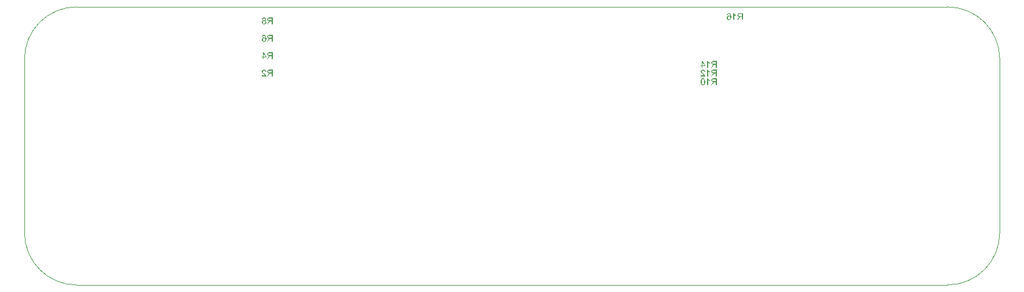
<source format=gbo>
G04*
G04 #@! TF.GenerationSoftware,Altium Limited,Altium Designer,19.1.7 (138)*
G04*
G04 Layer_Color=32896*
%FSLAX25Y25*%
%MOIN*%
G70*
G01*
G75*
%ADD12C,0.00100*%
G36*
X242500Y230000D02*
X241992D01*
Y231706D01*
X241339D01*
X241281Y231701D01*
X241231Y231697D01*
X241190D01*
X241160Y231693D01*
X241140Y231689D01*
X241127Y231685D01*
X241123D01*
X241077Y231672D01*
X241036Y231656D01*
X240998Y231639D01*
X240961Y231622D01*
X240932Y231606D01*
X240911Y231593D01*
X240894Y231585D01*
X240890Y231581D01*
X240848Y231552D01*
X240803Y231510D01*
X240757Y231469D01*
X240720Y231427D01*
X240682Y231389D01*
X240657Y231356D01*
X240640Y231335D01*
X240632Y231331D01*
Y231327D01*
X240574Y231252D01*
X240511Y231169D01*
X240453Y231082D01*
X240395Y230994D01*
X240345Y230919D01*
X240320Y230886D01*
X240303Y230857D01*
X240287Y230832D01*
X240274Y230815D01*
X240270Y230803D01*
X240266Y230799D01*
X239759Y230000D01*
X239122D01*
X239788Y231044D01*
X239863Y231152D01*
X239937Y231252D01*
X240008Y231340D01*
X240071Y231414D01*
X240125Y231473D01*
X240150Y231498D01*
X240170Y231518D01*
X240187Y231535D01*
X240199Y231547D01*
X240204Y231552D01*
X240208Y231556D01*
X240249Y231589D01*
X240299Y231627D01*
X240349Y231656D01*
X240399Y231685D01*
X240445Y231710D01*
X240482Y231731D01*
X240507Y231743D01*
X240511Y231747D01*
X240516D01*
X240416Y231764D01*
X240320Y231785D01*
X240233Y231810D01*
X240154Y231835D01*
X240079Y231864D01*
X240012Y231893D01*
X239954Y231922D01*
X239900Y231951D01*
X239850Y231980D01*
X239809Y232009D01*
X239775Y232034D01*
X239746Y232055D01*
X239725Y232076D01*
X239709Y232088D01*
X239700Y232097D01*
X239696Y232101D01*
X239650Y232155D01*
X239609Y232209D01*
X239571Y232267D01*
X239542Y232325D01*
X239517Y232384D01*
X239496Y232442D01*
X239463Y232550D01*
X239451Y232600D01*
X239442Y232646D01*
X239438Y232687D01*
X239434Y232725D01*
X239430Y232750D01*
Y232775D01*
Y232787D01*
Y232791D01*
X239438Y232908D01*
X239455Y233016D01*
X239480Y233112D01*
X239509Y233199D01*
X239526Y233237D01*
X239542Y233270D01*
X239555Y233299D01*
X239567Y233324D01*
X239576Y233345D01*
X239584Y233357D01*
X239592Y233365D01*
Y233370D01*
X239655Y233461D01*
X239725Y233536D01*
X239796Y233603D01*
X239867Y233652D01*
X239925Y233690D01*
X239975Y233715D01*
X239996Y233723D01*
X240008Y233732D01*
X240017Y233736D01*
X240021D01*
X240075Y233752D01*
X240129Y233769D01*
X240254Y233794D01*
X240383Y233815D01*
X240507Y233827D01*
X240570Y233831D01*
X240624Y233836D01*
X240670D01*
X240715Y233840D01*
X242500D01*
Y230000D01*
D02*
G37*
G36*
X238985Y231352D02*
Y230919D01*
X237313D01*
Y230000D01*
X236842D01*
Y230919D01*
X236322D01*
Y231352D01*
X236842D01*
Y233840D01*
X237229D01*
X238985Y231352D01*
D02*
G37*
G36*
X237654Y223848D02*
X237749Y223840D01*
X237837Y223827D01*
X237920Y223806D01*
X237999Y223786D01*
X238070Y223761D01*
X238136Y223736D01*
X238194Y223711D01*
X238248Y223682D01*
X238294Y223657D01*
X238336Y223632D01*
X238369Y223611D01*
X238394Y223590D01*
X238411Y223578D01*
X238423Y223569D01*
X238427Y223565D01*
X238486Y223511D01*
X238535Y223449D01*
X238581Y223386D01*
X238623Y223316D01*
X238656Y223249D01*
X238689Y223182D01*
X238714Y223112D01*
X238735Y223049D01*
X238756Y222987D01*
X238769Y222929D01*
X238781Y222875D01*
X238789Y222829D01*
X238793Y222791D01*
X238798Y222766D01*
X238802Y222750D01*
Y222741D01*
X238319Y222691D01*
X238315Y222758D01*
X238311Y222820D01*
X238286Y222929D01*
X238253Y223028D01*
X238236Y223070D01*
X238215Y223108D01*
X238199Y223141D01*
X238178Y223170D01*
X238161Y223195D01*
X238149Y223216D01*
X238132Y223232D01*
X238124Y223245D01*
X238120Y223249D01*
X238115Y223253D01*
X238074Y223291D01*
X238032Y223324D01*
X237986Y223349D01*
X237941Y223374D01*
X237849Y223411D01*
X237762Y223436D01*
X237687Y223449D01*
X237654Y223457D01*
X237625D01*
X237599Y223461D01*
X237508D01*
X237450Y223453D01*
X237346Y223432D01*
X237258Y223399D01*
X237179Y223365D01*
X237121Y223328D01*
X237096Y223311D01*
X237075Y223295D01*
X237059Y223282D01*
X237046Y223274D01*
X237042Y223270D01*
X237038Y223266D01*
X237000Y223228D01*
X236971Y223191D01*
X236942Y223153D01*
X236921Y223112D01*
X236884Y223033D01*
X236859Y222958D01*
X236847Y222895D01*
X236838Y222866D01*
Y222841D01*
X236834Y222825D01*
Y222808D01*
Y222800D01*
Y222796D01*
X236838Y222746D01*
X236842Y222696D01*
X236867Y222596D01*
X236905Y222500D01*
X236946Y222413D01*
X236988Y222338D01*
X237005Y222309D01*
X237025Y222280D01*
X237038Y222259D01*
X237050Y222242D01*
X237055Y222234D01*
X237059Y222230D01*
X237105Y222171D01*
X237159Y222109D01*
X237221Y222043D01*
X237287Y221976D01*
X237425Y221839D01*
X237566Y221710D01*
X237633Y221647D01*
X237699Y221593D01*
X237758Y221543D01*
X237807Y221502D01*
X237849Y221464D01*
X237878Y221439D01*
X237899Y221419D01*
X237907Y221414D01*
X237982Y221352D01*
X238049Y221294D01*
X238115Y221240D01*
X238174Y221186D01*
X238232Y221136D01*
X238282Y221086D01*
X238328Y221044D01*
X238369Y221003D01*
X238407Y220965D01*
X238436Y220932D01*
X238465Y220903D01*
X238486Y220882D01*
X238506Y220861D01*
X238519Y220849D01*
X238523Y220840D01*
X238527Y220836D01*
X238602Y220745D01*
X238665Y220653D01*
X238719Y220566D01*
X238760Y220487D01*
X238793Y220420D01*
X238806Y220391D01*
X238818Y220370D01*
X238827Y220349D01*
X238831Y220337D01*
X238835Y220329D01*
Y220324D01*
X238856Y220266D01*
X238868Y220208D01*
X238881Y220154D01*
X238885Y220104D01*
X238889Y220062D01*
Y220029D01*
Y220008D01*
Y220000D01*
X236347D01*
Y220453D01*
X238240D01*
X238174Y220545D01*
X238140Y220587D01*
X238107Y220624D01*
X238078Y220657D01*
X238057Y220682D01*
X238040Y220699D01*
X238036Y220703D01*
X238011Y220728D01*
X237978Y220761D01*
X237941Y220795D01*
X237899Y220832D01*
X237812Y220915D01*
X237720Y220994D01*
X237633Y221069D01*
X237595Y221102D01*
X237558Y221131D01*
X237533Y221157D01*
X237508Y221173D01*
X237495Y221186D01*
X237491Y221190D01*
X237400Y221269D01*
X237313Y221344D01*
X237233Y221410D01*
X237163Y221477D01*
X237096Y221535D01*
X237038Y221593D01*
X236984Y221643D01*
X236934Y221689D01*
X236892Y221726D01*
X236859Y221764D01*
X236830Y221793D01*
X236805Y221818D01*
X236788Y221839D01*
X236772Y221851D01*
X236768Y221860D01*
X236763Y221864D01*
X236684Y221955D01*
X236622Y222038D01*
X236568Y222117D01*
X236522Y222188D01*
X236489Y222246D01*
X236464Y222292D01*
X236455Y222309D01*
X236451Y222321D01*
X236447Y222325D01*
Y222330D01*
X236414Y222413D01*
X236393Y222496D01*
X236377Y222571D01*
X236364Y222642D01*
X236356Y222700D01*
X236351Y222746D01*
Y222762D01*
Y222775D01*
Y222779D01*
Y222783D01*
X236356Y222866D01*
X236364Y222945D01*
X236381Y223020D01*
X236401Y223095D01*
X236426Y223162D01*
X236455Y223224D01*
X236485Y223282D01*
X236514Y223332D01*
X236543Y223382D01*
X236572Y223424D01*
X236601Y223461D01*
X236626Y223490D01*
X236647Y223511D01*
X236664Y223532D01*
X236672Y223540D01*
X236676Y223544D01*
X236738Y223598D01*
X236805Y223644D01*
X236876Y223686D01*
X236951Y223723D01*
X237021Y223752D01*
X237096Y223777D01*
X237167Y223798D01*
X237238Y223815D01*
X237300Y223827D01*
X237362Y223835D01*
X237417Y223844D01*
X237462Y223848D01*
X237500Y223852D01*
X237554D01*
X237654Y223848D01*
D02*
G37*
G36*
X242500Y220000D02*
X241992D01*
Y221706D01*
X241339D01*
X241281Y221701D01*
X241231Y221697D01*
X241190D01*
X241160Y221693D01*
X241140Y221689D01*
X241127Y221685D01*
X241123D01*
X241077Y221672D01*
X241036Y221656D01*
X240998Y221639D01*
X240961Y221622D01*
X240932Y221606D01*
X240911Y221593D01*
X240894Y221585D01*
X240890Y221581D01*
X240848Y221552D01*
X240803Y221510D01*
X240757Y221468D01*
X240720Y221427D01*
X240682Y221389D01*
X240657Y221356D01*
X240640Y221335D01*
X240632Y221331D01*
Y221327D01*
X240574Y221252D01*
X240511Y221169D01*
X240453Y221082D01*
X240395Y220994D01*
X240345Y220919D01*
X240320Y220886D01*
X240303Y220857D01*
X240287Y220832D01*
X240274Y220815D01*
X240270Y220803D01*
X240266Y220799D01*
X239759Y220000D01*
X239122D01*
X239788Y221044D01*
X239863Y221152D01*
X239937Y221252D01*
X240008Y221340D01*
X240071Y221414D01*
X240125Y221473D01*
X240150Y221498D01*
X240170Y221518D01*
X240187Y221535D01*
X240199Y221548D01*
X240204Y221552D01*
X240208Y221556D01*
X240249Y221589D01*
X240299Y221627D01*
X240349Y221656D01*
X240399Y221685D01*
X240445Y221710D01*
X240482Y221731D01*
X240507Y221743D01*
X240511Y221747D01*
X240516D01*
X240416Y221764D01*
X240320Y221785D01*
X240233Y221810D01*
X240154Y221835D01*
X240079Y221864D01*
X240012Y221893D01*
X239954Y221922D01*
X239900Y221951D01*
X239850Y221980D01*
X239809Y222009D01*
X239775Y222034D01*
X239746Y222055D01*
X239725Y222076D01*
X239709Y222088D01*
X239700Y222097D01*
X239696Y222101D01*
X239650Y222155D01*
X239609Y222209D01*
X239571Y222267D01*
X239542Y222325D01*
X239517Y222384D01*
X239496Y222442D01*
X239463Y222550D01*
X239451Y222600D01*
X239442Y222646D01*
X239438Y222687D01*
X239434Y222725D01*
X239430Y222750D01*
Y222775D01*
Y222787D01*
Y222791D01*
X239438Y222908D01*
X239455Y223016D01*
X239480Y223112D01*
X239509Y223199D01*
X239526Y223236D01*
X239542Y223270D01*
X239555Y223299D01*
X239567Y223324D01*
X239576Y223345D01*
X239584Y223357D01*
X239592Y223365D01*
Y223370D01*
X239655Y223461D01*
X239725Y223536D01*
X239796Y223603D01*
X239867Y223653D01*
X239925Y223690D01*
X239975Y223715D01*
X239996Y223723D01*
X240008Y223731D01*
X240017Y223736D01*
X240021D01*
X240075Y223752D01*
X240129Y223769D01*
X240254Y223794D01*
X240383Y223815D01*
X240507Y223827D01*
X240570Y223831D01*
X240624Y223835D01*
X240670D01*
X240715Y223840D01*
X242500D01*
Y220000D01*
D02*
G37*
G36*
X507408Y256257D02*
X507471Y256165D01*
X507541Y256078D01*
X507612Y256003D01*
X507674Y255932D01*
X507703Y255907D01*
X507724Y255882D01*
X507745Y255861D01*
X507762Y255849D01*
X507770Y255840D01*
X507774Y255836D01*
X507887Y255741D01*
X508007Y255657D01*
X508124Y255578D01*
X508232Y255512D01*
X508278Y255487D01*
X508323Y255462D01*
X508365Y255437D01*
X508398Y255420D01*
X508427Y255408D01*
X508448Y255395D01*
X508461Y255391D01*
X508465Y255387D01*
Y254934D01*
X508382Y254967D01*
X508294Y255004D01*
X508211Y255046D01*
X508136Y255083D01*
X508070Y255121D01*
X508041Y255133D01*
X508015Y255150D01*
X507995Y255158D01*
X507982Y255167D01*
X507974Y255175D01*
X507970D01*
X507870Y255237D01*
X507783Y255295D01*
X507703Y255350D01*
X507641Y255399D01*
X507587Y255441D01*
X507550Y255470D01*
X507529Y255491D01*
X507520Y255499D01*
Y252500D01*
X507050D01*
Y256352D01*
X507354D01*
X507408Y256257D01*
D02*
G37*
G36*
X504596Y256348D02*
X504700Y256331D01*
X504800Y256311D01*
X504891Y256281D01*
X504979Y256248D01*
X505058Y256211D01*
X505133Y256173D01*
X505199Y256132D01*
X505257Y256090D01*
X505307Y256053D01*
X505353Y256015D01*
X505386Y255982D01*
X505415Y255953D01*
X505436Y255932D01*
X505449Y255915D01*
X505453Y255911D01*
X505524Y255811D01*
X505590Y255699D01*
X505644Y255574D01*
X505690Y255445D01*
X505732Y255312D01*
X505765Y255179D01*
X505790Y255046D01*
X505815Y254913D01*
X505831Y254788D01*
X505844Y254672D01*
X505852Y254568D01*
X505857Y254476D01*
X505861Y254434D01*
Y254401D01*
X505865Y254368D01*
Y254343D01*
Y254322D01*
Y254305D01*
Y254297D01*
Y254293D01*
X505861Y254114D01*
X505848Y253948D01*
X505831Y253794D01*
X505807Y253652D01*
X505777Y253523D01*
X505748Y253407D01*
X505715Y253303D01*
X505678Y253211D01*
X505644Y253128D01*
X505611Y253057D01*
X505582Y252999D01*
X505553Y252953D01*
X505528Y252916D01*
X505511Y252891D01*
X505499Y252874D01*
X505495Y252870D01*
X505424Y252795D01*
X505345Y252729D01*
X505270Y252671D01*
X505187Y252621D01*
X505108Y252579D01*
X505029Y252542D01*
X504950Y252517D01*
X504875Y252492D01*
X504804Y252475D01*
X504742Y252463D01*
X504683Y252450D01*
X504633Y252446D01*
X504592Y252442D01*
X504559Y252438D01*
X504534D01*
X504409Y252446D01*
X504292Y252463D01*
X504184Y252487D01*
X504093Y252521D01*
X504055Y252533D01*
X504018Y252550D01*
X503989Y252562D01*
X503964Y252575D01*
X503943Y252583D01*
X503926Y252591D01*
X503918Y252600D01*
X503914D01*
X503818Y252666D01*
X503731Y252745D01*
X503656Y252824D01*
X503598Y252899D01*
X503548Y252970D01*
X503531Y252999D01*
X503514Y253024D01*
X503502Y253045D01*
X503494Y253062D01*
X503485Y253070D01*
Y253074D01*
X503431Y253195D01*
X503394Y253311D01*
X503365Y253424D01*
X503348Y253527D01*
X503340Y253573D01*
X503336Y253619D01*
X503331Y253657D01*
Y253686D01*
X503327Y253715D01*
Y253731D01*
Y253744D01*
Y253748D01*
X503331Y253848D01*
X503340Y253943D01*
X503356Y254035D01*
X503377Y254118D01*
X503406Y254197D01*
X503431Y254272D01*
X503465Y254339D01*
X503494Y254401D01*
X503523Y254455D01*
X503556Y254505D01*
X503581Y254547D01*
X503606Y254580D01*
X503631Y254609D01*
X503648Y254626D01*
X503656Y254638D01*
X503660Y254642D01*
X503722Y254705D01*
X503789Y254759D01*
X503856Y254805D01*
X503926Y254846D01*
X503993Y254879D01*
X504059Y254909D01*
X504126Y254929D01*
X504184Y254950D01*
X504242Y254963D01*
X504296Y254975D01*
X504342Y254979D01*
X504384Y254988D01*
X504417D01*
X504442Y254992D01*
X504463D01*
X504563Y254988D01*
X504658Y254971D01*
X504746Y254950D01*
X504825Y254929D01*
X504891Y254905D01*
X504916Y254892D01*
X504941Y254884D01*
X504958Y254875D01*
X504970Y254867D01*
X504979Y254863D01*
X504983D01*
X505070Y254809D01*
X505149Y254751D01*
X505220Y254688D01*
X505282Y254626D01*
X505328Y254568D01*
X505366Y254522D01*
X505378Y254505D01*
X505386Y254493D01*
X505395Y254485D01*
X505395Y254480D01*
Y254484D01*
X505395Y254485D01*
X505391Y254584D01*
X505386Y254684D01*
X505382Y254776D01*
X505374Y254859D01*
X505361Y254938D01*
X505349Y255013D01*
X505341Y255079D01*
X505328Y255137D01*
X505316Y255187D01*
X505303Y255233D01*
X505291Y255275D01*
X505282Y255304D01*
X505274Y255329D01*
X505266Y255350D01*
X505262Y255358D01*
Y255362D01*
X505207Y255470D01*
X505153Y255566D01*
X505095Y255649D01*
X505037Y255716D01*
X504987Y255770D01*
X504950Y255807D01*
X504933Y255820D01*
X504920Y255828D01*
X504916Y255836D01*
X504912D01*
X504846Y255878D01*
X504779Y255911D01*
X504712Y255932D01*
X504650Y255949D01*
X504596Y255957D01*
X504550Y255965D01*
X504513D01*
X504463Y255961D01*
X504413Y255957D01*
X504321Y255932D01*
X504238Y255903D01*
X504172Y255865D01*
X504113Y255828D01*
X504072Y255795D01*
X504059Y255782D01*
X504047Y255770D01*
X504043Y255766D01*
X504039Y255761D01*
X503997Y255707D01*
X503964Y255645D01*
X503930Y255578D01*
X503905Y255512D01*
X503885Y255454D01*
X503872Y255404D01*
X503868Y255383D01*
X503864Y255370D01*
X503860Y255362D01*
Y255358D01*
X503390Y255395D01*
X503402Y255479D01*
X503423Y255553D01*
X503444Y255624D01*
X503469Y255691D01*
X503498Y255753D01*
X503527Y255811D01*
X503556Y255865D01*
X503585Y255911D01*
X503614Y255953D01*
X503643Y255990D01*
X503668Y256024D01*
X503693Y256048D01*
X503710Y256069D01*
X503727Y256082D01*
X503735Y256090D01*
X503739Y256094D01*
X503797Y256140D01*
X503856Y256177D01*
X503914Y256215D01*
X503976Y256244D01*
X504043Y256269D01*
X504101Y256290D01*
X504222Y256319D01*
X504276Y256331D01*
X504326Y256340D01*
X504371Y256344D01*
X504409Y256348D01*
X504438Y256352D01*
X504484D01*
X504596Y256348D01*
D02*
G37*
G36*
X512500Y252500D02*
X511993D01*
Y254206D01*
X511339D01*
X511281Y254201D01*
X511231Y254197D01*
X511190D01*
X511161Y254193D01*
X511140Y254189D01*
X511127Y254185D01*
X511123D01*
X511077Y254172D01*
X511036Y254156D01*
X510998Y254139D01*
X510961Y254122D01*
X510932Y254106D01*
X510911Y254093D01*
X510894Y254085D01*
X510890Y254081D01*
X510849Y254052D01*
X510803Y254010D01*
X510757Y253969D01*
X510719Y253927D01*
X510682Y253889D01*
X510657Y253856D01*
X510640Y253835D01*
X510632Y253831D01*
Y253827D01*
X510574Y253752D01*
X510511Y253669D01*
X510453Y253582D01*
X510395Y253494D01*
X510345Y253419D01*
X510320Y253386D01*
X510303Y253357D01*
X510287Y253332D01*
X510274Y253315D01*
X510270Y253303D01*
X510266Y253299D01*
X509759Y252500D01*
X509122D01*
X509788Y253544D01*
X509863Y253652D01*
X509937Y253752D01*
X510008Y253839D01*
X510071Y253914D01*
X510125Y253973D01*
X510150Y253998D01*
X510170Y254018D01*
X510187Y254035D01*
X510199Y254047D01*
X510204Y254052D01*
X510208Y254056D01*
X510249Y254089D01*
X510299Y254127D01*
X510349Y254156D01*
X510399Y254185D01*
X510445Y254210D01*
X510482Y254231D01*
X510507Y254243D01*
X510511Y254247D01*
X510516D01*
X510416Y254264D01*
X510320Y254285D01*
X510233Y254310D01*
X510154Y254335D01*
X510079Y254364D01*
X510012Y254393D01*
X509954Y254422D01*
X509900Y254451D01*
X509850Y254480D01*
X509808Y254509D01*
X509775Y254534D01*
X509746Y254555D01*
X509725Y254576D01*
X509709Y254588D01*
X509700Y254597D01*
X509696Y254601D01*
X509650Y254655D01*
X509609Y254709D01*
X509571Y254767D01*
X509542Y254825D01*
X509517Y254884D01*
X509496Y254942D01*
X509463Y255050D01*
X509451Y255100D01*
X509442Y255146D01*
X509438Y255187D01*
X509434Y255225D01*
X509430Y255250D01*
Y255275D01*
Y255287D01*
Y255291D01*
X509438Y255408D01*
X509455Y255516D01*
X509480Y255612D01*
X509509Y255699D01*
X509526Y255736D01*
X509542Y255770D01*
X509555Y255799D01*
X509567Y255824D01*
X509576Y255845D01*
X509584Y255857D01*
X509592Y255865D01*
Y255870D01*
X509655Y255961D01*
X509725Y256036D01*
X509796Y256103D01*
X509867Y256153D01*
X509925Y256190D01*
X509975Y256215D01*
X509996Y256223D01*
X510008Y256231D01*
X510016Y256236D01*
X510021D01*
X510075Y256252D01*
X510129Y256269D01*
X510254Y256294D01*
X510383Y256315D01*
X510507Y256327D01*
X510570Y256331D01*
X510624Y256335D01*
X510670D01*
X510715Y256340D01*
X512500D01*
Y252500D01*
D02*
G37*
G36*
X492408Y228756D02*
X492471Y228665D01*
X492541Y228578D01*
X492612Y228503D01*
X492674Y228432D01*
X492703Y228407D01*
X492724Y228382D01*
X492745Y228361D01*
X492762Y228349D01*
X492770Y228341D01*
X492774Y228336D01*
X492887Y228241D01*
X493007Y228157D01*
X493124Y228078D01*
X493232Y228012D01*
X493278Y227987D01*
X493323Y227962D01*
X493365Y227937D01*
X493398Y227920D01*
X493427Y227908D01*
X493448Y227895D01*
X493461Y227891D01*
X493465Y227887D01*
Y227434D01*
X493382Y227467D01*
X493294Y227504D01*
X493211Y227546D01*
X493136Y227583D01*
X493070Y227621D01*
X493041Y227633D01*
X493015Y227650D01*
X492995Y227658D01*
X492982Y227667D01*
X492974Y227675D01*
X492970D01*
X492870Y227737D01*
X492783Y227796D01*
X492703Y227850D01*
X492641Y227900D01*
X492587Y227941D01*
X492550Y227970D01*
X492529Y227991D01*
X492521Y227999D01*
Y225000D01*
X492050D01*
Y228852D01*
X492354D01*
X492408Y228756D01*
D02*
G37*
G36*
X497500Y225000D02*
X496992D01*
Y226706D01*
X496339D01*
X496281Y226701D01*
X496231Y226697D01*
X496190D01*
X496161Y226693D01*
X496140Y226689D01*
X496127Y226685D01*
X496123D01*
X496077Y226672D01*
X496036Y226656D01*
X495998Y226639D01*
X495961Y226622D01*
X495932Y226606D01*
X495911Y226593D01*
X495894Y226585D01*
X495890Y226581D01*
X495849Y226552D01*
X495803Y226510D01*
X495757Y226468D01*
X495719Y226427D01*
X495682Y226389D01*
X495657Y226356D01*
X495641Y226335D01*
X495632Y226331D01*
Y226327D01*
X495574Y226252D01*
X495511Y226169D01*
X495453Y226082D01*
X495395Y225994D01*
X495345Y225919D01*
X495320Y225886D01*
X495303Y225857D01*
X495287Y225832D01*
X495274Y225815D01*
X495270Y225803D01*
X495266Y225799D01*
X494759Y225000D01*
X494122D01*
X494788Y226044D01*
X494863Y226152D01*
X494937Y226252D01*
X495008Y226340D01*
X495071Y226414D01*
X495125Y226473D01*
X495150Y226498D01*
X495170Y226518D01*
X495187Y226535D01*
X495199Y226548D01*
X495204Y226552D01*
X495208Y226556D01*
X495249Y226589D01*
X495299Y226627D01*
X495349Y226656D01*
X495399Y226685D01*
X495445Y226710D01*
X495482Y226731D01*
X495507Y226743D01*
X495511Y226747D01*
X495516D01*
X495416Y226764D01*
X495320Y226785D01*
X495233Y226810D01*
X495154Y226835D01*
X495079Y226864D01*
X495012Y226893D01*
X494954Y226922D01*
X494900Y226951D01*
X494850Y226980D01*
X494808Y227009D01*
X494775Y227034D01*
X494746Y227055D01*
X494725Y227076D01*
X494709Y227088D01*
X494700Y227097D01*
X494696Y227101D01*
X494650Y227155D01*
X494609Y227209D01*
X494571Y227267D01*
X494542Y227325D01*
X494517Y227384D01*
X494496Y227442D01*
X494463Y227550D01*
X494451Y227600D01*
X494442Y227646D01*
X494438Y227687D01*
X494434Y227725D01*
X494430Y227750D01*
Y227775D01*
Y227787D01*
Y227791D01*
X494438Y227908D01*
X494455Y228016D01*
X494480Y228112D01*
X494509Y228199D01*
X494526Y228237D01*
X494542Y228270D01*
X494555Y228299D01*
X494567Y228324D01*
X494576Y228345D01*
X494584Y228357D01*
X494592Y228365D01*
Y228370D01*
X494655Y228461D01*
X494725Y228536D01*
X494796Y228603D01*
X494867Y228653D01*
X494925Y228690D01*
X494975Y228715D01*
X494996Y228723D01*
X495008Y228731D01*
X495016Y228736D01*
X495021D01*
X495075Y228752D01*
X495129Y228769D01*
X495254Y228794D01*
X495383Y228815D01*
X495507Y228827D01*
X495570Y228831D01*
X495624Y228836D01*
X495670D01*
X495715Y228840D01*
X497500D01*
Y225000D01*
D02*
G37*
G36*
X491002Y226352D02*
Y225919D01*
X489330D01*
Y225000D01*
X488860D01*
Y225919D01*
X488340D01*
Y226352D01*
X488860D01*
Y228840D01*
X489247D01*
X491002Y226352D01*
D02*
G37*
G36*
X489671Y223848D02*
X489767Y223840D01*
X489854Y223827D01*
X489937Y223806D01*
X490016Y223786D01*
X490087Y223761D01*
X490153Y223736D01*
X490212Y223711D01*
X490266Y223682D01*
X490311Y223657D01*
X490353Y223632D01*
X490386Y223611D01*
X490411Y223590D01*
X490428Y223578D01*
X490441Y223569D01*
X490445Y223565D01*
X490503Y223511D01*
X490553Y223449D01*
X490599Y223386D01*
X490640Y223316D01*
X490673Y223249D01*
X490707Y223182D01*
X490732Y223112D01*
X490753Y223049D01*
X490773Y222987D01*
X490786Y222929D01*
X490798Y222875D01*
X490807Y222829D01*
X490811Y222791D01*
X490815Y222766D01*
X490819Y222750D01*
Y222741D01*
X490337Y222691D01*
X490332Y222758D01*
X490328Y222820D01*
X490303Y222929D01*
X490270Y223028D01*
X490253Y223070D01*
X490233Y223108D01*
X490216Y223141D01*
X490195Y223170D01*
X490178Y223195D01*
X490166Y223216D01*
X490149Y223232D01*
X490141Y223245D01*
X490137Y223249D01*
X490133Y223253D01*
X490091Y223291D01*
X490049Y223324D01*
X490004Y223349D01*
X489958Y223374D01*
X489866Y223411D01*
X489779Y223436D01*
X489704Y223449D01*
X489671Y223457D01*
X489642D01*
X489617Y223461D01*
X489525D01*
X489467Y223453D01*
X489363Y223432D01*
X489276Y223399D01*
X489197Y223365D01*
X489138Y223328D01*
X489113Y223311D01*
X489093Y223295D01*
X489076Y223282D01*
X489064Y223274D01*
X489059Y223270D01*
X489055Y223266D01*
X489018Y223228D01*
X488989Y223191D01*
X488960Y223153D01*
X488939Y223112D01*
X488901Y223033D01*
X488876Y222958D01*
X488864Y222895D01*
X488856Y222866D01*
Y222841D01*
X488851Y222825D01*
Y222808D01*
Y222800D01*
Y222796D01*
X488856Y222746D01*
X488860Y222696D01*
X488885Y222596D01*
X488922Y222500D01*
X488964Y222413D01*
X489005Y222338D01*
X489022Y222309D01*
X489043Y222280D01*
X489055Y222259D01*
X489068Y222242D01*
X489072Y222234D01*
X489076Y222230D01*
X489122Y222171D01*
X489176Y222109D01*
X489238Y222043D01*
X489305Y221976D01*
X489442Y221839D01*
X489583Y221710D01*
X489650Y221647D01*
X489717Y221593D01*
X489775Y221543D01*
X489825Y221502D01*
X489866Y221464D01*
X489895Y221439D01*
X489916Y221419D01*
X489925Y221414D01*
X489999Y221352D01*
X490066Y221294D01*
X490133Y221240D01*
X490191Y221186D01*
X490249Y221136D01*
X490299Y221086D01*
X490345Y221044D01*
X490386Y221003D01*
X490424Y220965D01*
X490453Y220932D01*
X490482Y220903D01*
X490503Y220882D01*
X490524Y220861D01*
X490536Y220849D01*
X490540Y220840D01*
X490545Y220836D01*
X490619Y220745D01*
X490682Y220653D01*
X490736Y220566D01*
X490777Y220487D01*
X490811Y220420D01*
X490823Y220391D01*
X490836Y220370D01*
X490844Y220349D01*
X490848Y220337D01*
X490852Y220329D01*
Y220324D01*
X490873Y220266D01*
X490886Y220208D01*
X490898Y220154D01*
X490902Y220104D01*
X490906Y220062D01*
Y220029D01*
Y220008D01*
Y220000D01*
X488365D01*
Y220453D01*
X490257D01*
X490191Y220545D01*
X490158Y220587D01*
X490124Y220624D01*
X490095Y220657D01*
X490074Y220682D01*
X490058Y220699D01*
X490054Y220703D01*
X490029Y220728D01*
X489995Y220761D01*
X489958Y220795D01*
X489916Y220832D01*
X489829Y220915D01*
X489737Y220994D01*
X489650Y221069D01*
X489613Y221102D01*
X489575Y221131D01*
X489550Y221157D01*
X489525Y221173D01*
X489513Y221186D01*
X489509Y221190D01*
X489417Y221269D01*
X489330Y221344D01*
X489251Y221410D01*
X489180Y221477D01*
X489113Y221535D01*
X489055Y221593D01*
X489001Y221643D01*
X488951Y221689D01*
X488910Y221726D01*
X488876Y221764D01*
X488847Y221793D01*
X488822Y221818D01*
X488806Y221839D01*
X488789Y221851D01*
X488785Y221860D01*
X488781Y221864D01*
X488702Y221955D01*
X488639Y222038D01*
X488585Y222117D01*
X488539Y222188D01*
X488506Y222246D01*
X488481Y222292D01*
X488473Y222309D01*
X488469Y222321D01*
X488464Y222325D01*
Y222330D01*
X488431Y222413D01*
X488410Y222496D01*
X488394Y222571D01*
X488381Y222642D01*
X488373Y222700D01*
X488369Y222746D01*
Y222762D01*
Y222775D01*
Y222779D01*
Y222783D01*
X488373Y222866D01*
X488381Y222945D01*
X488398Y223020D01*
X488419Y223095D01*
X488444Y223162D01*
X488473Y223224D01*
X488502Y223282D01*
X488531Y223332D01*
X488560Y223382D01*
X488589Y223424D01*
X488618Y223461D01*
X488643Y223490D01*
X488664Y223511D01*
X488681Y223532D01*
X488689Y223540D01*
X488693Y223544D01*
X488756Y223598D01*
X488822Y223644D01*
X488893Y223686D01*
X488968Y223723D01*
X489039Y223752D01*
X489113Y223777D01*
X489184Y223798D01*
X489255Y223815D01*
X489317Y223827D01*
X489380Y223835D01*
X489434Y223844D01*
X489479Y223848D01*
X489517Y223852D01*
X489571D01*
X489671Y223848D01*
D02*
G37*
G36*
X492408Y223757D02*
X492471Y223665D01*
X492541Y223578D01*
X492612Y223503D01*
X492674Y223432D01*
X492703Y223407D01*
X492724Y223382D01*
X492745Y223361D01*
X492762Y223349D01*
X492770Y223341D01*
X492774Y223336D01*
X492887Y223241D01*
X493007Y223157D01*
X493124Y223078D01*
X493232Y223012D01*
X493278Y222987D01*
X493323Y222962D01*
X493365Y222937D01*
X493398Y222920D01*
X493427Y222908D01*
X493448Y222895D01*
X493461Y222891D01*
X493465Y222887D01*
Y222434D01*
X493382Y222467D01*
X493294Y222504D01*
X493211Y222546D01*
X493136Y222583D01*
X493070Y222621D01*
X493041Y222633D01*
X493015Y222650D01*
X492995Y222658D01*
X492982Y222667D01*
X492974Y222675D01*
X492970D01*
X492870Y222737D01*
X492783Y222796D01*
X492703Y222850D01*
X492641Y222900D01*
X492587Y222941D01*
X492550Y222970D01*
X492529Y222991D01*
X492521Y222999D01*
Y220000D01*
X492050D01*
Y223852D01*
X492354D01*
X492408Y223757D01*
D02*
G37*
G36*
X497500Y220000D02*
X496992D01*
Y221706D01*
X496339D01*
X496281Y221701D01*
X496231Y221697D01*
X496190D01*
X496161Y221693D01*
X496140Y221689D01*
X496127Y221685D01*
X496123D01*
X496077Y221672D01*
X496036Y221656D01*
X495998Y221639D01*
X495961Y221622D01*
X495932Y221606D01*
X495911Y221593D01*
X495894Y221585D01*
X495890Y221581D01*
X495849Y221552D01*
X495803Y221510D01*
X495757Y221468D01*
X495719Y221427D01*
X495682Y221389D01*
X495657Y221356D01*
X495641Y221335D01*
X495632Y221331D01*
Y221327D01*
X495574Y221252D01*
X495511Y221169D01*
X495453Y221082D01*
X495395Y220994D01*
X495345Y220919D01*
X495320Y220886D01*
X495303Y220857D01*
X495287Y220832D01*
X495274Y220815D01*
X495270Y220803D01*
X495266Y220799D01*
X494759Y220000D01*
X494122D01*
X494788Y221044D01*
X494863Y221152D01*
X494937Y221252D01*
X495008Y221340D01*
X495071Y221414D01*
X495125Y221473D01*
X495150Y221498D01*
X495170Y221518D01*
X495187Y221535D01*
X495199Y221548D01*
X495204Y221552D01*
X495208Y221556D01*
X495249Y221589D01*
X495299Y221627D01*
X495349Y221656D01*
X495399Y221685D01*
X495445Y221710D01*
X495482Y221731D01*
X495507Y221743D01*
X495511Y221747D01*
X495516D01*
X495416Y221764D01*
X495320Y221785D01*
X495233Y221810D01*
X495154Y221835D01*
X495079Y221864D01*
X495012Y221893D01*
X494954Y221922D01*
X494900Y221951D01*
X494850Y221980D01*
X494808Y222009D01*
X494775Y222034D01*
X494746Y222055D01*
X494725Y222076D01*
X494709Y222088D01*
X494700Y222097D01*
X494696Y222101D01*
X494650Y222155D01*
X494609Y222209D01*
X494571Y222267D01*
X494542Y222325D01*
X494517Y222384D01*
X494496Y222442D01*
X494463Y222550D01*
X494451Y222600D01*
X494442Y222646D01*
X494438Y222687D01*
X494434Y222725D01*
X494430Y222750D01*
Y222775D01*
Y222787D01*
Y222791D01*
X494438Y222908D01*
X494455Y223016D01*
X494480Y223112D01*
X494509Y223199D01*
X494526Y223236D01*
X494542Y223270D01*
X494555Y223299D01*
X494567Y223324D01*
X494576Y223345D01*
X494584Y223357D01*
X494592Y223365D01*
Y223370D01*
X494655Y223461D01*
X494725Y223536D01*
X494796Y223603D01*
X494867Y223653D01*
X494925Y223690D01*
X494975Y223715D01*
X494996Y223723D01*
X495008Y223731D01*
X495016Y223736D01*
X495021D01*
X495075Y223752D01*
X495129Y223769D01*
X495254Y223794D01*
X495383Y223815D01*
X495507Y223827D01*
X495570Y223831D01*
X495624Y223835D01*
X495670D01*
X495715Y223840D01*
X497500D01*
Y220000D01*
D02*
G37*
G36*
X492408Y218757D02*
X492471Y218665D01*
X492541Y218578D01*
X492612Y218503D01*
X492674Y218432D01*
X492703Y218407D01*
X492724Y218382D01*
X492745Y218361D01*
X492762Y218349D01*
X492770Y218340D01*
X492774Y218336D01*
X492887Y218241D01*
X493007Y218157D01*
X493124Y218078D01*
X493232Y218012D01*
X493278Y217987D01*
X493323Y217962D01*
X493365Y217937D01*
X493398Y217920D01*
X493427Y217908D01*
X493448Y217895D01*
X493461Y217891D01*
X493465Y217887D01*
Y217434D01*
X493382Y217467D01*
X493294Y217504D01*
X493211Y217546D01*
X493136Y217583D01*
X493070Y217621D01*
X493041Y217633D01*
X493015Y217650D01*
X492995Y217658D01*
X492982Y217667D01*
X492974Y217675D01*
X492970D01*
X492870Y217737D01*
X492783Y217795D01*
X492703Y217850D01*
X492641Y217899D01*
X492587Y217941D01*
X492550Y217970D01*
X492529Y217991D01*
X492521Y217999D01*
Y215000D01*
X492050D01*
Y218852D01*
X492354D01*
X492408Y218757D01*
D02*
G37*
G36*
X497500Y215000D02*
X496992D01*
Y216706D01*
X496339D01*
X496281Y216701D01*
X496231Y216697D01*
X496190D01*
X496161Y216693D01*
X496140Y216689D01*
X496127Y216685D01*
X496123D01*
X496077Y216672D01*
X496036Y216656D01*
X495998Y216639D01*
X495961Y216622D01*
X495932Y216606D01*
X495911Y216593D01*
X495894Y216585D01*
X495890Y216581D01*
X495849Y216552D01*
X495803Y216510D01*
X495757Y216469D01*
X495719Y216427D01*
X495682Y216389D01*
X495657Y216356D01*
X495641Y216335D01*
X495632Y216331D01*
Y216327D01*
X495574Y216252D01*
X495511Y216169D01*
X495453Y216082D01*
X495395Y215994D01*
X495345Y215919D01*
X495320Y215886D01*
X495303Y215857D01*
X495287Y215832D01*
X495274Y215815D01*
X495270Y215803D01*
X495266Y215799D01*
X494759Y215000D01*
X494122D01*
X494788Y216044D01*
X494863Y216152D01*
X494937Y216252D01*
X495008Y216339D01*
X495071Y216414D01*
X495125Y216473D01*
X495150Y216498D01*
X495170Y216518D01*
X495187Y216535D01*
X495199Y216547D01*
X495204Y216552D01*
X495208Y216556D01*
X495249Y216589D01*
X495299Y216627D01*
X495349Y216656D01*
X495399Y216685D01*
X495445Y216710D01*
X495482Y216731D01*
X495507Y216743D01*
X495511Y216747D01*
X495516D01*
X495416Y216764D01*
X495320Y216785D01*
X495233Y216810D01*
X495154Y216835D01*
X495079Y216864D01*
X495012Y216893D01*
X494954Y216922D01*
X494900Y216951D01*
X494850Y216980D01*
X494808Y217009D01*
X494775Y217034D01*
X494746Y217055D01*
X494725Y217076D01*
X494709Y217088D01*
X494700Y217097D01*
X494696Y217101D01*
X494650Y217155D01*
X494609Y217209D01*
X494571Y217267D01*
X494542Y217325D01*
X494517Y217384D01*
X494496Y217442D01*
X494463Y217550D01*
X494451Y217600D01*
X494442Y217646D01*
X494438Y217687D01*
X494434Y217725D01*
X494430Y217750D01*
Y217775D01*
Y217787D01*
Y217791D01*
X494438Y217908D01*
X494455Y218016D01*
X494480Y218112D01*
X494509Y218199D01*
X494526Y218236D01*
X494542Y218270D01*
X494555Y218299D01*
X494567Y218324D01*
X494576Y218345D01*
X494584Y218357D01*
X494592Y218365D01*
Y218370D01*
X494655Y218461D01*
X494725Y218536D01*
X494796Y218603D01*
X494867Y218653D01*
X494925Y218690D01*
X494975Y218715D01*
X494996Y218723D01*
X495008Y218731D01*
X495016Y218736D01*
X495021D01*
X495075Y218752D01*
X495129Y218769D01*
X495254Y218794D01*
X495383Y218815D01*
X495507Y218827D01*
X495570Y218831D01*
X495624Y218835D01*
X495670D01*
X495715Y218840D01*
X497500D01*
Y215000D01*
D02*
G37*
G36*
X489667Y218848D02*
X489742Y218844D01*
X489812Y218831D01*
X489879Y218819D01*
X489937Y218802D01*
X489995Y218781D01*
X490049Y218761D01*
X490095Y218740D01*
X490141Y218719D01*
X490178Y218698D01*
X490212Y218682D01*
X490237Y218661D01*
X490257Y218648D01*
X490274Y218636D01*
X490282Y218632D01*
X490287Y218628D01*
X490337Y218582D01*
X490382Y218536D01*
X490465Y218432D01*
X490540Y218328D01*
X490599Y218224D01*
X490624Y218174D01*
X490644Y218132D01*
X490661Y218091D01*
X490678Y218058D01*
X490686Y218028D01*
X490694Y218004D01*
X490703Y217991D01*
Y217987D01*
X490728Y217908D01*
X490748Y217821D01*
X490782Y217642D01*
X490807Y217459D01*
X490815Y217371D01*
X490823Y217284D01*
X490827Y217205D01*
X490832Y217130D01*
X490836Y217063D01*
Y217005D01*
X490840Y216959D01*
Y216922D01*
Y216901D01*
Y216893D01*
X490836Y216697D01*
X490823Y216514D01*
X490807Y216348D01*
X490782Y216194D01*
X490753Y216053D01*
X490719Y215924D01*
X490686Y215811D01*
X490649Y215707D01*
X490615Y215620D01*
X490582Y215541D01*
X490549Y215478D01*
X490520Y215424D01*
X490495Y215383D01*
X490478Y215354D01*
X490465Y215337D01*
X490461Y215333D01*
X490399Y215262D01*
X490332Y215204D01*
X490262Y215150D01*
X490191Y215104D01*
X490120Y215067D01*
X490045Y215033D01*
X489975Y215008D01*
X489908Y214987D01*
X489841Y214971D01*
X489783Y214958D01*
X489729Y214950D01*
X489683Y214946D01*
X489646Y214942D01*
X489617Y214938D01*
X489592D01*
X489513Y214942D01*
X489442Y214946D01*
X489371Y214958D01*
X489305Y214971D01*
X489242Y214992D01*
X489188Y215008D01*
X489134Y215029D01*
X489088Y215050D01*
X489043Y215071D01*
X489005Y215091D01*
X488972Y215112D01*
X488947Y215129D01*
X488926Y215141D01*
X488910Y215154D01*
X488901Y215158D01*
X488897Y215162D01*
X488847Y215208D01*
X488797Y215254D01*
X488714Y215358D01*
X488643Y215462D01*
X488585Y215566D01*
X488560Y215616D01*
X488539Y215661D01*
X488523Y215699D01*
X488506Y215736D01*
X488494Y215761D01*
X488489Y215786D01*
X488481Y215799D01*
Y215803D01*
X488456Y215882D01*
X488435Y215969D01*
X488398Y216148D01*
X488373Y216331D01*
X488365Y216419D01*
X488356Y216506D01*
X488352Y216585D01*
X488348Y216660D01*
X488344Y216722D01*
X488340Y216780D01*
Y216826D01*
Y216864D01*
Y216884D01*
Y216893D01*
Y216997D01*
X488344Y217097D01*
X488348Y217188D01*
X488352Y217276D01*
X488361Y217355D01*
X488369Y217429D01*
X488377Y217496D01*
X488381Y217558D01*
X488390Y217613D01*
X488398Y217658D01*
X488406Y217700D01*
X488415Y217733D01*
X488419Y217762D01*
X488423Y217779D01*
X488427Y217791D01*
Y217795D01*
X488460Y217916D01*
X488502Y218028D01*
X488539Y218124D01*
X488577Y218207D01*
X488598Y218241D01*
X488610Y218274D01*
X488627Y218303D01*
X488639Y218324D01*
X488652Y218340D01*
X488656Y218353D01*
X488664Y218361D01*
Y218365D01*
X488722Y218449D01*
X488789Y218524D01*
X488851Y218586D01*
X488914Y218636D01*
X488968Y218677D01*
X489009Y218702D01*
X489026Y218715D01*
X489039Y218723D01*
X489047Y218727D01*
X489051D01*
X489143Y218769D01*
X489234Y218798D01*
X489326Y218823D01*
X489409Y218835D01*
X489484Y218844D01*
X489513Y218848D01*
X489542Y218852D01*
X489592D01*
X489667Y218848D01*
D02*
G37*
G36*
X237579Y243848D02*
X237683Y243831D01*
X237783Y243811D01*
X237874Y243781D01*
X237961Y243748D01*
X238040Y243711D01*
X238115Y243673D01*
X238182Y243632D01*
X238240Y243590D01*
X238290Y243553D01*
X238336Y243515D01*
X238369Y243482D01*
X238398Y243453D01*
X238419Y243432D01*
X238432Y243415D01*
X238436Y243411D01*
X238506Y243311D01*
X238573Y243199D01*
X238627Y243074D01*
X238673Y242945D01*
X238714Y242812D01*
X238748Y242679D01*
X238773Y242546D01*
X238798Y242413D01*
X238814Y242288D01*
X238827Y242172D01*
X238835Y242068D01*
X238839Y241976D01*
X238843Y241934D01*
Y241901D01*
X238847Y241868D01*
Y241843D01*
Y241822D01*
Y241805D01*
Y241797D01*
Y241793D01*
X238843Y241614D01*
X238831Y241448D01*
X238814Y241294D01*
X238789Y241152D01*
X238760Y241023D01*
X238731Y240907D01*
X238698Y240803D01*
X238660Y240711D01*
X238627Y240628D01*
X238594Y240557D01*
X238565Y240499D01*
X238535Y240453D01*
X238511Y240416D01*
X238494Y240391D01*
X238481Y240374D01*
X238477Y240370D01*
X238407Y240295D01*
X238328Y240229D01*
X238253Y240171D01*
X238169Y240121D01*
X238090Y240079D01*
X238011Y240042D01*
X237932Y240017D01*
X237857Y239992D01*
X237787Y239975D01*
X237724Y239963D01*
X237666Y239950D01*
X237616Y239946D01*
X237575Y239942D01*
X237541Y239938D01*
X237516D01*
X237391Y239946D01*
X237275Y239963D01*
X237167Y239987D01*
X237075Y240021D01*
X237038Y240033D01*
X237000Y240050D01*
X236971Y240062D01*
X236946Y240075D01*
X236926Y240083D01*
X236909Y240091D01*
X236901Y240100D01*
X236896D01*
X236801Y240166D01*
X236713Y240245D01*
X236639Y240324D01*
X236580Y240399D01*
X236530Y240470D01*
X236514Y240499D01*
X236497Y240524D01*
X236485Y240545D01*
X236476Y240562D01*
X236468Y240570D01*
Y240574D01*
X236414Y240695D01*
X236377Y240811D01*
X236347Y240924D01*
X236331Y241027D01*
X236322Y241073D01*
X236318Y241119D01*
X236314Y241157D01*
Y241186D01*
X236310Y241215D01*
Y241231D01*
Y241244D01*
Y241248D01*
X236314Y241348D01*
X236322Y241443D01*
X236339Y241535D01*
X236360Y241618D01*
X236389Y241697D01*
X236414Y241772D01*
X236447Y241839D01*
X236476Y241901D01*
X236505Y241955D01*
X236539Y242005D01*
X236564Y242047D01*
X236589Y242080D01*
X236614Y242109D01*
X236630Y242126D01*
X236639Y242138D01*
X236643Y242142D01*
X236705Y242205D01*
X236772Y242259D01*
X236838Y242305D01*
X236909Y242346D01*
X236976Y242379D01*
X237042Y242409D01*
X237109Y242429D01*
X237167Y242450D01*
X237225Y242463D01*
X237279Y242475D01*
X237325Y242479D01*
X237367Y242488D01*
X237400D01*
X237425Y242492D01*
X237446D01*
X237545Y242488D01*
X237641Y242471D01*
X237729Y242450D01*
X237807Y242429D01*
X237874Y242405D01*
X237899Y242392D01*
X237924Y242384D01*
X237941Y242375D01*
X237953Y242367D01*
X237961Y242363D01*
X237966D01*
X238053Y242309D01*
X238132Y242251D01*
X238203Y242188D01*
X238265Y242126D01*
X238311Y242068D01*
X238348Y242022D01*
X238361Y242005D01*
X238369Y241993D01*
X238377Y241985D01*
X238373Y242084D01*
X238369Y242184D01*
X238365Y242276D01*
X238357Y242359D01*
X238344Y242438D01*
X238332Y242513D01*
X238323Y242579D01*
X238311Y242637D01*
X238298Y242687D01*
X238286Y242733D01*
X238273Y242775D01*
X238265Y242804D01*
X238257Y242829D01*
X238248Y242850D01*
X238244Y242858D01*
Y242862D01*
X238190Y242970D01*
X238136Y243066D01*
X238078Y243149D01*
X238020Y243216D01*
X237970Y243270D01*
X237932Y243307D01*
X237916Y243320D01*
X237903Y243328D01*
X237899Y243336D01*
X237895D01*
X237828Y243378D01*
X237762Y243411D01*
X237695Y243432D01*
X237633Y243449D01*
X237579Y243457D01*
X237533Y243465D01*
X237495D01*
X237446Y243461D01*
X237396Y243457D01*
X237304Y243432D01*
X237221Y243403D01*
X237154Y243365D01*
X237096Y243328D01*
X237055Y243295D01*
X237042Y243282D01*
X237030Y243270D01*
X237025Y243266D01*
X237021Y243261D01*
X236980Y243207D01*
X236946Y243145D01*
X236913Y243078D01*
X236888Y243012D01*
X236867Y242954D01*
X236855Y242904D01*
X236851Y242883D01*
X236847Y242870D01*
X236842Y242862D01*
Y242858D01*
X236372Y242895D01*
X236385Y242979D01*
X236406Y243053D01*
X236426Y243124D01*
X236451Y243191D01*
X236480Y243253D01*
X236510Y243311D01*
X236539Y243365D01*
X236568Y243411D01*
X236597Y243453D01*
X236626Y243490D01*
X236651Y243524D01*
X236676Y243548D01*
X236693Y243569D01*
X236709Y243582D01*
X236718Y243590D01*
X236722Y243594D01*
X236780Y243640D01*
X236838Y243677D01*
X236896Y243715D01*
X236959Y243744D01*
X237025Y243769D01*
X237084Y243790D01*
X237204Y243819D01*
X237258Y243831D01*
X237308Y243840D01*
X237354Y243844D01*
X237391Y243848D01*
X237421Y243852D01*
X237466D01*
X237579Y243848D01*
D02*
G37*
G36*
X242500Y240000D02*
X241992D01*
Y241706D01*
X241339D01*
X241281Y241701D01*
X241231Y241697D01*
X241190D01*
X241160Y241693D01*
X241140Y241689D01*
X241127Y241685D01*
X241123D01*
X241077Y241672D01*
X241036Y241656D01*
X240998Y241639D01*
X240961Y241622D01*
X240932Y241606D01*
X240911Y241593D01*
X240894Y241585D01*
X240890Y241581D01*
X240848Y241552D01*
X240803Y241510D01*
X240757Y241469D01*
X240720Y241427D01*
X240682Y241389D01*
X240657Y241356D01*
X240640Y241335D01*
X240632Y241331D01*
Y241327D01*
X240574Y241252D01*
X240511Y241169D01*
X240453Y241082D01*
X240395Y240994D01*
X240345Y240919D01*
X240320Y240886D01*
X240303Y240857D01*
X240287Y240832D01*
X240274Y240815D01*
X240270Y240803D01*
X240266Y240799D01*
X239759Y240000D01*
X239122D01*
X239788Y241044D01*
X239863Y241152D01*
X239937Y241252D01*
X240008Y241339D01*
X240071Y241414D01*
X240125Y241473D01*
X240150Y241498D01*
X240170Y241518D01*
X240187Y241535D01*
X240199Y241547D01*
X240204Y241552D01*
X240208Y241556D01*
X240249Y241589D01*
X240299Y241627D01*
X240349Y241656D01*
X240399Y241685D01*
X240445Y241710D01*
X240482Y241731D01*
X240507Y241743D01*
X240511Y241747D01*
X240516D01*
X240416Y241764D01*
X240320Y241785D01*
X240233Y241810D01*
X240154Y241835D01*
X240079Y241864D01*
X240012Y241893D01*
X239954Y241922D01*
X239900Y241951D01*
X239850Y241980D01*
X239809Y242009D01*
X239775Y242034D01*
X239746Y242055D01*
X239725Y242076D01*
X239709Y242088D01*
X239700Y242097D01*
X239696Y242101D01*
X239650Y242155D01*
X239609Y242209D01*
X239571Y242267D01*
X239542Y242325D01*
X239517Y242384D01*
X239496Y242442D01*
X239463Y242550D01*
X239451Y242600D01*
X239442Y242646D01*
X239438Y242687D01*
X239434Y242725D01*
X239430Y242750D01*
Y242775D01*
Y242787D01*
Y242791D01*
X239438Y242908D01*
X239455Y243016D01*
X239480Y243112D01*
X239509Y243199D01*
X239526Y243236D01*
X239542Y243270D01*
X239555Y243299D01*
X239567Y243324D01*
X239576Y243345D01*
X239584Y243357D01*
X239592Y243365D01*
Y243370D01*
X239655Y243461D01*
X239725Y243536D01*
X239796Y243603D01*
X239867Y243653D01*
X239925Y243690D01*
X239975Y243715D01*
X239996Y243723D01*
X240008Y243731D01*
X240017Y243736D01*
X240021D01*
X240075Y243752D01*
X240129Y243769D01*
X240254Y243794D01*
X240383Y243815D01*
X240507Y243827D01*
X240570Y243831D01*
X240624Y243835D01*
X240670D01*
X240715Y243840D01*
X242500D01*
Y240000D01*
D02*
G37*
G36*
Y250000D02*
X241992D01*
Y251706D01*
X241339D01*
X241281Y251701D01*
X241231Y251697D01*
X241190D01*
X241160Y251693D01*
X241140Y251689D01*
X241127Y251685D01*
X241123D01*
X241077Y251672D01*
X241036Y251656D01*
X240998Y251639D01*
X240961Y251622D01*
X240932Y251606D01*
X240911Y251593D01*
X240894Y251585D01*
X240890Y251581D01*
X240848Y251552D01*
X240803Y251510D01*
X240757Y251468D01*
X240720Y251427D01*
X240682Y251389D01*
X240657Y251356D01*
X240640Y251335D01*
X240632Y251331D01*
Y251327D01*
X240574Y251252D01*
X240511Y251169D01*
X240453Y251082D01*
X240395Y250994D01*
X240345Y250919D01*
X240320Y250886D01*
X240303Y250857D01*
X240287Y250832D01*
X240274Y250815D01*
X240270Y250803D01*
X240266Y250799D01*
X239759Y250000D01*
X239122D01*
X239788Y251044D01*
X239863Y251152D01*
X239937Y251252D01*
X240008Y251340D01*
X240071Y251414D01*
X240125Y251473D01*
X240150Y251498D01*
X240170Y251518D01*
X240187Y251535D01*
X240199Y251548D01*
X240204Y251552D01*
X240208Y251556D01*
X240249Y251589D01*
X240299Y251627D01*
X240349Y251656D01*
X240399Y251685D01*
X240445Y251710D01*
X240482Y251731D01*
X240507Y251743D01*
X240511Y251747D01*
X240516D01*
X240416Y251764D01*
X240320Y251785D01*
X240233Y251810D01*
X240154Y251835D01*
X240079Y251864D01*
X240012Y251893D01*
X239954Y251922D01*
X239900Y251951D01*
X239850Y251980D01*
X239809Y252009D01*
X239775Y252034D01*
X239746Y252055D01*
X239725Y252076D01*
X239709Y252088D01*
X239700Y252097D01*
X239696Y252101D01*
X239650Y252155D01*
X239609Y252209D01*
X239571Y252267D01*
X239542Y252325D01*
X239517Y252384D01*
X239496Y252442D01*
X239463Y252550D01*
X239451Y252600D01*
X239442Y252646D01*
X239438Y252687D01*
X239434Y252725D01*
X239430Y252750D01*
Y252775D01*
Y252787D01*
Y252791D01*
X239438Y252908D01*
X239455Y253016D01*
X239480Y253112D01*
X239509Y253199D01*
X239526Y253237D01*
X239542Y253270D01*
X239555Y253299D01*
X239567Y253324D01*
X239576Y253345D01*
X239584Y253357D01*
X239592Y253365D01*
Y253370D01*
X239655Y253461D01*
X239725Y253536D01*
X239796Y253603D01*
X239867Y253653D01*
X239925Y253690D01*
X239975Y253715D01*
X239996Y253723D01*
X240008Y253731D01*
X240017Y253736D01*
X240021D01*
X240075Y253752D01*
X240129Y253769D01*
X240254Y253794D01*
X240383Y253815D01*
X240507Y253827D01*
X240570Y253831D01*
X240624Y253836D01*
X240670D01*
X240715Y253840D01*
X242500D01*
Y250000D01*
D02*
G37*
G36*
X237670Y253848D02*
X237758Y253840D01*
X237837Y253827D01*
X237916Y253806D01*
X237986Y253786D01*
X238049Y253761D01*
X238111Y253736D01*
X238165Y253711D01*
X238215Y253682D01*
X238257Y253657D01*
X238294Y253632D01*
X238323Y253611D01*
X238348Y253590D01*
X238365Y253578D01*
X238373Y253569D01*
X238377Y253565D01*
X238432Y253511D01*
X238477Y253453D01*
X238515Y253395D01*
X238552Y253336D01*
X238581Y253274D01*
X238602Y253216D01*
X238623Y253162D01*
X238639Y253108D01*
X238652Y253053D01*
X238660Y253008D01*
X238669Y252966D01*
X238673Y252933D01*
Y252904D01*
X238677Y252879D01*
Y252866D01*
Y252862D01*
X238673Y252762D01*
X238656Y252671D01*
X238631Y252588D01*
X238606Y252517D01*
X238581Y252463D01*
X238556Y252421D01*
X238548Y252404D01*
X238540Y252392D01*
X238535Y252388D01*
Y252384D01*
X238477Y252313D01*
X238407Y252255D01*
X238336Y252201D01*
X238265Y252159D01*
X238203Y252126D01*
X238174Y252109D01*
X238149Y252101D01*
X238132Y252093D01*
X238115Y252084D01*
X238107Y252080D01*
X238103D01*
X238228Y252038D01*
X238336Y251989D01*
X238427Y251930D01*
X238502Y251872D01*
X238535Y251847D01*
X238565Y251818D01*
X238590Y251797D01*
X238606Y251776D01*
X238623Y251760D01*
X238635Y251747D01*
X238639Y251739D01*
X238644Y251735D01*
X238677Y251685D01*
X238706Y251635D01*
X238752Y251531D01*
X238785Y251427D01*
X238806Y251331D01*
X238814Y251285D01*
X238823Y251244D01*
X238827Y251206D01*
Y251173D01*
X238831Y251148D01*
Y251127D01*
Y251115D01*
Y251111D01*
X238827Y251019D01*
X238814Y250932D01*
X238798Y250845D01*
X238777Y250765D01*
X238752Y250695D01*
X238723Y250624D01*
X238689Y250562D01*
X238656Y250503D01*
X238627Y250449D01*
X238594Y250403D01*
X238565Y250366D01*
X238540Y250333D01*
X238519Y250304D01*
X238502Y250287D01*
X238490Y250275D01*
X238486Y250270D01*
X238419Y250212D01*
X238344Y250162D01*
X238269Y250116D01*
X238194Y250079D01*
X238115Y250046D01*
X238040Y250021D01*
X237966Y249996D01*
X237895Y249979D01*
X237828Y249967D01*
X237766Y249954D01*
X237708Y249946D01*
X237662Y249942D01*
X237620D01*
X237591Y249938D01*
X237566D01*
X237462Y249942D01*
X237362Y249950D01*
X237271Y249967D01*
X237183Y249992D01*
X237105Y250017D01*
X237030Y250042D01*
X236959Y250075D01*
X236896Y250104D01*
X236842Y250133D01*
X236792Y250166D01*
X236751Y250191D01*
X236713Y250220D01*
X236688Y250241D01*
X236668Y250258D01*
X236655Y250266D01*
X236651Y250270D01*
X236589Y250333D01*
X236535Y250403D01*
X236489Y250470D01*
X236447Y250541D01*
X236414Y250611D01*
X236385Y250678D01*
X236364Y250745D01*
X236343Y250811D01*
X236331Y250869D01*
X236318Y250923D01*
X236314Y250973D01*
X236306Y251015D01*
Y251052D01*
X236302Y251077D01*
Y251094D01*
Y251098D01*
Y251165D01*
X236310Y251227D01*
X236331Y251344D01*
X236360Y251448D01*
X236393Y251535D01*
X236414Y251572D01*
X236431Y251606D01*
X236447Y251635D01*
X236460Y251660D01*
X236472Y251681D01*
X236480Y251693D01*
X236485Y251701D01*
X236489Y251706D01*
X236564Y251797D01*
X236651Y251872D01*
X236738Y251939D01*
X236826Y251989D01*
X236905Y252030D01*
X236938Y252047D01*
X236967Y252059D01*
X236992Y252067D01*
X237009Y252076D01*
X237021Y252080D01*
X237025D01*
X236926Y252126D01*
X236838Y252171D01*
X236768Y252226D01*
X236705Y252271D01*
X236659Y252317D01*
X236626Y252350D01*
X236609Y252375D01*
X236601Y252379D01*
Y252384D01*
X236555Y252463D01*
X236518Y252542D01*
X236493Y252621D01*
X236476Y252692D01*
X236468Y252754D01*
X236464Y252783D01*
X236460Y252804D01*
Y252825D01*
Y252837D01*
Y252845D01*
Y252850D01*
X236464Y252924D01*
X236472Y252999D01*
X236489Y253070D01*
X236510Y253137D01*
X236530Y253199D01*
X236555Y253257D01*
X236584Y253311D01*
X236614Y253361D01*
X236643Y253403D01*
X236672Y253445D01*
X236697Y253478D01*
X236718Y253507D01*
X236738Y253528D01*
X236755Y253544D01*
X236763Y253553D01*
X236768Y253557D01*
X236826Y253611D01*
X236892Y253653D01*
X236955Y253694D01*
X237025Y253727D01*
X237092Y253756D01*
X237159Y253781D01*
X237225Y253798D01*
X237287Y253815D01*
X237350Y253827D01*
X237404Y253836D01*
X237454Y253844D01*
X237495Y253848D01*
X237529Y253852D01*
X237579D01*
X237670Y253848D01*
D02*
G37*
%LPC*%
G36*
X241992Y233415D02*
X240699D01*
X240628Y233407D01*
X240561Y233399D01*
X240499Y233386D01*
X240445Y233374D01*
X240395Y233357D01*
X240349Y233345D01*
X240308Y233328D01*
X240270Y233311D01*
X240241Y233295D01*
X240212Y233278D01*
X240191Y233266D01*
X240175Y233253D01*
X240162Y233245D01*
X240158Y233241D01*
X240154Y233237D01*
X240121Y233203D01*
X240087Y233166D01*
X240037Y233095D01*
X240004Y233020D01*
X239979Y232949D01*
X239962Y232887D01*
X239958Y232858D01*
Y232837D01*
X239954Y232816D01*
Y232804D01*
Y232796D01*
Y232791D01*
X239958Y232725D01*
X239971Y232658D01*
X239987Y232600D01*
X240004Y232550D01*
X240025Y232504D01*
X240041Y232475D01*
X240054Y232454D01*
X240058Y232446D01*
X240100Y232392D01*
X240150Y232342D01*
X240199Y232305D01*
X240245Y232271D01*
X240291Y232246D01*
X240324Y232230D01*
X240349Y232221D01*
X240353Y232217D01*
X240358D01*
X240437Y232192D01*
X240524Y232176D01*
X240616Y232163D01*
X240703Y232155D01*
X240782Y232151D01*
X240815D01*
X240844Y232147D01*
X241992D01*
Y233415D01*
D02*
G37*
G36*
X237313Y233083D02*
Y231352D01*
X238523D01*
X237313Y233083D01*
D02*
G37*
G36*
X241992Y223415D02*
X240699D01*
X240628Y223407D01*
X240561Y223399D01*
X240499Y223386D01*
X240445Y223374D01*
X240395Y223357D01*
X240349Y223345D01*
X240308Y223328D01*
X240270Y223311D01*
X240241Y223295D01*
X240212Y223278D01*
X240191Y223266D01*
X240175Y223253D01*
X240162Y223245D01*
X240158Y223241D01*
X240154Y223236D01*
X240121Y223203D01*
X240087Y223166D01*
X240037Y223095D01*
X240004Y223020D01*
X239979Y222949D01*
X239962Y222887D01*
X239958Y222858D01*
Y222837D01*
X239954Y222816D01*
Y222804D01*
Y222796D01*
Y222791D01*
X239958Y222725D01*
X239971Y222658D01*
X239987Y222600D01*
X240004Y222550D01*
X240025Y222504D01*
X240041Y222475D01*
X240054Y222454D01*
X240058Y222446D01*
X240100Y222392D01*
X240150Y222342D01*
X240199Y222305D01*
X240245Y222271D01*
X240291Y222246D01*
X240324Y222230D01*
X240349Y222221D01*
X240353Y222217D01*
X240358D01*
X240437Y222192D01*
X240524Y222176D01*
X240616Y222163D01*
X240703Y222155D01*
X240782Y222151D01*
X240815D01*
X240844Y222147D01*
X241992D01*
Y223415D01*
D02*
G37*
G36*
X504588Y254576D02*
X504559D01*
X504500Y254572D01*
X504442Y254568D01*
X504338Y254538D01*
X504247Y254501D01*
X504168Y254459D01*
X504105Y254418D01*
X504080Y254397D01*
X504059Y254380D01*
X504043Y254364D01*
X504030Y254351D01*
X504026Y254347D01*
X504022Y254343D01*
X503984Y254297D01*
X503951Y254251D01*
X503922Y254201D01*
X503897Y254147D01*
X503860Y254043D01*
X503835Y253943D01*
X503826Y253898D01*
X503822Y253856D01*
X503818Y253819D01*
X503814Y253785D01*
X503810Y253756D01*
Y253735D01*
Y253723D01*
Y253719D01*
X503814Y253644D01*
X503818Y253573D01*
X503831Y253503D01*
X503843Y253440D01*
X503860Y253382D01*
X503876Y253328D01*
X503897Y253278D01*
X503918Y253236D01*
X503939Y253195D01*
X503960Y253161D01*
X503976Y253132D01*
X503993Y253107D01*
X504005Y253087D01*
X504018Y253074D01*
X504022Y253066D01*
X504026Y253062D01*
X504068Y253020D01*
X504109Y252983D01*
X504151Y252953D01*
X504197Y252924D01*
X504238Y252904D01*
X504284Y252883D01*
X504363Y252854D01*
X504434Y252837D01*
X504463Y252833D01*
X504492Y252829D01*
X504513Y252824D01*
X504542D01*
X504617Y252829D01*
X504692Y252841D01*
X504758Y252862D01*
X504816Y252883D01*
X504866Y252904D01*
X504904Y252924D01*
X504929Y252937D01*
X504933Y252941D01*
X504937D01*
X505004Y252991D01*
X505058Y253045D01*
X505108Y253099D01*
X505149Y253153D01*
X505183Y253203D01*
X505203Y253240D01*
X505212Y253257D01*
X505220Y253270D01*
X505224Y253274D01*
Y253278D01*
X505257Y253361D01*
X505282Y253444D01*
X505299Y253523D01*
X505311Y253594D01*
X505320Y253657D01*
Y253681D01*
X505324Y253702D01*
Y253719D01*
Y253731D01*
Y253740D01*
Y253744D01*
X505320Y253810D01*
X505316Y253877D01*
X505291Y253993D01*
X505253Y254097D01*
X505232Y254143D01*
X505212Y254181D01*
X505195Y254218D01*
X505174Y254251D01*
X505153Y254280D01*
X505137Y254301D01*
X505124Y254318D01*
X505112Y254330D01*
X505108Y254339D01*
X505103Y254343D01*
X505062Y254384D01*
X505016Y254422D01*
X504970Y254451D01*
X504925Y254476D01*
X504833Y254518D01*
X504746Y254547D01*
X504671Y254563D01*
X504638Y254568D01*
X504613Y254572D01*
X504588Y254576D01*
D02*
G37*
G36*
X511993Y255915D02*
X510699D01*
X510628Y255907D01*
X510561Y255899D01*
X510499Y255886D01*
X510445Y255874D01*
X510395Y255857D01*
X510349Y255845D01*
X510308Y255828D01*
X510270Y255811D01*
X510241Y255795D01*
X510212Y255778D01*
X510191Y255766D01*
X510175Y255753D01*
X510162Y255745D01*
X510158Y255741D01*
X510154Y255736D01*
X510120Y255703D01*
X510087Y255666D01*
X510037Y255595D01*
X510004Y255520D01*
X509979Y255449D01*
X509962Y255387D01*
X509958Y255358D01*
Y255337D01*
X509954Y255316D01*
Y255304D01*
Y255295D01*
Y255291D01*
X509958Y255225D01*
X509971Y255158D01*
X509987Y255100D01*
X510004Y255050D01*
X510025Y255004D01*
X510041Y254975D01*
X510054Y254954D01*
X510058Y254946D01*
X510100Y254892D01*
X510150Y254842D01*
X510199Y254805D01*
X510245Y254771D01*
X510291Y254746D01*
X510324Y254730D01*
X510349Y254721D01*
X510353Y254717D01*
X510358D01*
X510437Y254692D01*
X510524Y254676D01*
X510615Y254663D01*
X510703Y254655D01*
X510782Y254651D01*
X510815D01*
X510844Y254647D01*
X511993D01*
Y255915D01*
D02*
G37*
G36*
X496992Y228415D02*
X495699D01*
X495628Y228407D01*
X495561Y228399D01*
X495499Y228386D01*
X495445Y228374D01*
X495395Y228357D01*
X495349Y228345D01*
X495308Y228328D01*
X495270Y228311D01*
X495241Y228295D01*
X495212Y228278D01*
X495191Y228266D01*
X495175Y228253D01*
X495162Y228245D01*
X495158Y228241D01*
X495154Y228237D01*
X495120Y228203D01*
X495087Y228166D01*
X495037Y228095D01*
X495004Y228020D01*
X494979Y227949D01*
X494962Y227887D01*
X494958Y227858D01*
Y227837D01*
X494954Y227816D01*
Y227804D01*
Y227796D01*
Y227791D01*
X494958Y227725D01*
X494971Y227658D01*
X494987Y227600D01*
X495004Y227550D01*
X495025Y227504D01*
X495041Y227475D01*
X495054Y227454D01*
X495058Y227446D01*
X495100Y227392D01*
X495150Y227342D01*
X495199Y227305D01*
X495245Y227271D01*
X495291Y227246D01*
X495324Y227230D01*
X495349Y227221D01*
X495353Y227217D01*
X495358D01*
X495437Y227192D01*
X495524Y227176D01*
X495615Y227163D01*
X495703Y227155D01*
X495782Y227151D01*
X495815D01*
X495844Y227147D01*
X496992D01*
Y228415D01*
D02*
G37*
G36*
X489330Y228083D02*
Y226352D01*
X490540D01*
X489330Y228083D01*
D02*
G37*
G36*
X496992Y223415D02*
X495699D01*
X495628Y223407D01*
X495561Y223399D01*
X495499Y223386D01*
X495445Y223374D01*
X495395Y223357D01*
X495349Y223345D01*
X495308Y223328D01*
X495270Y223311D01*
X495241Y223295D01*
X495212Y223278D01*
X495191Y223266D01*
X495175Y223253D01*
X495162Y223245D01*
X495158Y223241D01*
X495154Y223236D01*
X495120Y223203D01*
X495087Y223166D01*
X495037Y223095D01*
X495004Y223020D01*
X494979Y222949D01*
X494962Y222887D01*
X494958Y222858D01*
Y222837D01*
X494954Y222816D01*
Y222804D01*
Y222796D01*
Y222791D01*
X494958Y222725D01*
X494971Y222658D01*
X494987Y222600D01*
X495004Y222550D01*
X495025Y222504D01*
X495041Y222475D01*
X495054Y222454D01*
X495058Y222446D01*
X495100Y222392D01*
X495150Y222342D01*
X495199Y222305D01*
X495245Y222271D01*
X495291Y222246D01*
X495324Y222230D01*
X495349Y222221D01*
X495353Y222217D01*
X495358D01*
X495437Y222192D01*
X495524Y222176D01*
X495615Y222163D01*
X495703Y222155D01*
X495782Y222151D01*
X495815D01*
X495844Y222147D01*
X496992D01*
Y223415D01*
D02*
G37*
G36*
Y218415D02*
X495699D01*
X495628Y218407D01*
X495561Y218399D01*
X495499Y218386D01*
X495445Y218374D01*
X495395Y218357D01*
X495349Y218345D01*
X495308Y218328D01*
X495270Y218311D01*
X495241Y218295D01*
X495212Y218278D01*
X495191Y218266D01*
X495175Y218253D01*
X495162Y218245D01*
X495158Y218241D01*
X495154Y218236D01*
X495120Y218203D01*
X495087Y218166D01*
X495037Y218095D01*
X495004Y218020D01*
X494979Y217949D01*
X494962Y217887D01*
X494958Y217858D01*
Y217837D01*
X494954Y217816D01*
Y217804D01*
Y217795D01*
Y217791D01*
X494958Y217725D01*
X494971Y217658D01*
X494987Y217600D01*
X495004Y217550D01*
X495025Y217504D01*
X495041Y217475D01*
X495054Y217454D01*
X495058Y217446D01*
X495100Y217392D01*
X495150Y217342D01*
X495199Y217305D01*
X495245Y217271D01*
X495291Y217246D01*
X495324Y217230D01*
X495349Y217221D01*
X495353Y217217D01*
X495358D01*
X495437Y217192D01*
X495524Y217176D01*
X495615Y217163D01*
X495703Y217155D01*
X495782Y217151D01*
X495815D01*
X495844Y217147D01*
X496992D01*
Y218415D01*
D02*
G37*
G36*
X489625Y218461D02*
X489596D01*
X489534Y218457D01*
X489479Y218449D01*
X489421Y218432D01*
X489371Y218411D01*
X489276Y218361D01*
X489197Y218307D01*
X489163Y218278D01*
X489134Y218249D01*
X489109Y218220D01*
X489084Y218199D01*
X489068Y218178D01*
X489055Y218162D01*
X489051Y218153D01*
X489047Y218149D01*
X489005Y218083D01*
X488972Y218008D01*
X488943Y217916D01*
X488918Y217821D01*
X488897Y217721D01*
X488876Y217617D01*
X488851Y217405D01*
X488839Y217305D01*
X488835Y217209D01*
X488831Y217122D01*
X488826Y217047D01*
X488822Y216980D01*
Y216955D01*
Y216934D01*
Y216918D01*
Y216905D01*
Y216897D01*
Y216893D01*
X488826Y216722D01*
X488831Y216568D01*
X488843Y216427D01*
X488856Y216298D01*
X488872Y216181D01*
X488893Y216082D01*
X488914Y215990D01*
X488935Y215911D01*
X488955Y215844D01*
X488976Y215786D01*
X488993Y215736D01*
X489014Y215699D01*
X489026Y215670D01*
X489039Y215653D01*
X489043Y215641D01*
X489047Y215636D01*
X489088Y215582D01*
X489134Y215532D01*
X489180Y215491D01*
X489226Y215458D01*
X489271Y215424D01*
X489317Y215399D01*
X489359Y215379D01*
X489400Y215362D01*
X489475Y215341D01*
X489509Y215333D01*
X489538Y215329D01*
X489559D01*
X489579Y215324D01*
X489592D01*
X489650Y215329D01*
X489708Y215337D01*
X489762Y215354D01*
X489812Y215374D01*
X489908Y215420D01*
X489987Y215478D01*
X490049Y215537D01*
X490074Y215562D01*
X490095Y215582D01*
X490116Y215603D01*
X490129Y215620D01*
X490133Y215628D01*
X490137Y215632D01*
X490174Y215699D01*
X490207Y215778D01*
X490241Y215865D01*
X490266Y215961D01*
X490287Y216065D01*
X490303Y216169D01*
X490328Y216381D01*
X490341Y216481D01*
X490345Y216577D01*
X490349Y216664D01*
X490353Y216739D01*
X490357Y216801D01*
Y216830D01*
Y216851D01*
Y216868D01*
Y216880D01*
Y216889D01*
Y216893D01*
X490353Y217063D01*
X490345Y217217D01*
X490337Y217363D01*
X490320Y217492D01*
X490303Y217608D01*
X490282Y217717D01*
X490257Y217808D01*
X490237Y217891D01*
X490216Y217966D01*
X490191Y218024D01*
X490170Y218074D01*
X490153Y218116D01*
X490137Y218149D01*
X490124Y218170D01*
X490120Y218182D01*
X490116Y218187D01*
X490079Y218236D01*
X490037Y218278D01*
X489995Y218316D01*
X489954Y218345D01*
X489908Y218374D01*
X489866Y218395D01*
X489783Y218428D01*
X489708Y218449D01*
X489675Y218453D01*
X489650Y218457D01*
X489625Y218461D01*
D02*
G37*
G36*
X238377Y241985D02*
X238377Y241980D01*
Y241984D01*
X238377Y241985D01*
D02*
G37*
G36*
X237570Y242076D02*
X237541D01*
X237483Y242072D01*
X237425Y242068D01*
X237321Y242038D01*
X237229Y242001D01*
X237150Y241959D01*
X237088Y241918D01*
X237063Y241897D01*
X237042Y241880D01*
X237025Y241864D01*
X237013Y241851D01*
X237009Y241847D01*
X237005Y241843D01*
X236967Y241797D01*
X236934Y241751D01*
X236905Y241701D01*
X236880Y241647D01*
X236842Y241543D01*
X236817Y241443D01*
X236809Y241398D01*
X236805Y241356D01*
X236801Y241319D01*
X236797Y241285D01*
X236792Y241256D01*
Y241235D01*
Y241223D01*
Y241219D01*
X236797Y241144D01*
X236801Y241073D01*
X236813Y241003D01*
X236826Y240940D01*
X236842Y240882D01*
X236859Y240828D01*
X236880Y240778D01*
X236901Y240736D01*
X236921Y240695D01*
X236942Y240661D01*
X236959Y240632D01*
X236976Y240607D01*
X236988Y240587D01*
X237000Y240574D01*
X237005Y240566D01*
X237009Y240562D01*
X237050Y240520D01*
X237092Y240483D01*
X237134Y240453D01*
X237179Y240424D01*
X237221Y240404D01*
X237267Y240383D01*
X237346Y240354D01*
X237417Y240337D01*
X237446Y240333D01*
X237475Y240329D01*
X237495Y240324D01*
X237525D01*
X237599Y240329D01*
X237674Y240341D01*
X237741Y240362D01*
X237799Y240383D01*
X237849Y240404D01*
X237887Y240424D01*
X237912Y240437D01*
X237916Y240441D01*
X237920D01*
X237986Y240491D01*
X238040Y240545D01*
X238090Y240599D01*
X238132Y240653D01*
X238165Y240703D01*
X238186Y240740D01*
X238194Y240757D01*
X238203Y240770D01*
X238207Y240774D01*
Y240778D01*
X238240Y240861D01*
X238265Y240944D01*
X238282Y241023D01*
X238294Y241094D01*
X238303Y241157D01*
Y241181D01*
X238307Y241202D01*
Y241219D01*
Y241231D01*
Y241240D01*
Y241244D01*
X238303Y241310D01*
X238298Y241377D01*
X238273Y241493D01*
X238236Y241597D01*
X238215Y241643D01*
X238194Y241681D01*
X238178Y241718D01*
X238157Y241751D01*
X238136Y241780D01*
X238120Y241801D01*
X238107Y241818D01*
X238095Y241830D01*
X238090Y241839D01*
X238086Y241843D01*
X238045Y241884D01*
X237999Y241922D01*
X237953Y241951D01*
X237907Y241976D01*
X237816Y242018D01*
X237729Y242047D01*
X237654Y242063D01*
X237620Y242068D01*
X237595Y242072D01*
X237570Y242076D01*
D02*
G37*
G36*
X241992Y243415D02*
X240699D01*
X240628Y243407D01*
X240561Y243399D01*
X240499Y243386D01*
X240445Y243374D01*
X240395Y243357D01*
X240349Y243345D01*
X240308Y243328D01*
X240270Y243311D01*
X240241Y243295D01*
X240212Y243278D01*
X240191Y243266D01*
X240175Y243253D01*
X240162Y243245D01*
X240158Y243241D01*
X240154Y243236D01*
X240121Y243203D01*
X240087Y243166D01*
X240037Y243095D01*
X240004Y243020D01*
X239979Y242949D01*
X239962Y242887D01*
X239958Y242858D01*
Y242837D01*
X239954Y242816D01*
Y242804D01*
Y242795D01*
Y242791D01*
X239958Y242725D01*
X239971Y242658D01*
X239987Y242600D01*
X240004Y242550D01*
X240025Y242504D01*
X240041Y242475D01*
X240054Y242454D01*
X240058Y242446D01*
X240100Y242392D01*
X240150Y242342D01*
X240199Y242305D01*
X240245Y242271D01*
X240291Y242246D01*
X240324Y242230D01*
X240349Y242221D01*
X240353Y242217D01*
X240358D01*
X240437Y242192D01*
X240524Y242176D01*
X240616Y242163D01*
X240703Y242155D01*
X240782Y242151D01*
X240815D01*
X240844Y242147D01*
X241992D01*
Y243415D01*
D02*
G37*
G36*
Y253415D02*
X240699D01*
X240628Y253407D01*
X240561Y253399D01*
X240499Y253386D01*
X240445Y253374D01*
X240395Y253357D01*
X240349Y253345D01*
X240308Y253328D01*
X240270Y253311D01*
X240241Y253295D01*
X240212Y253278D01*
X240191Y253266D01*
X240175Y253253D01*
X240162Y253245D01*
X240158Y253241D01*
X240154Y253237D01*
X240121Y253203D01*
X240087Y253166D01*
X240037Y253095D01*
X240004Y253020D01*
X239979Y252949D01*
X239962Y252887D01*
X239958Y252858D01*
Y252837D01*
X239954Y252816D01*
Y252804D01*
Y252796D01*
Y252791D01*
X239958Y252725D01*
X239971Y252658D01*
X239987Y252600D01*
X240004Y252550D01*
X240025Y252504D01*
X240041Y252475D01*
X240054Y252454D01*
X240058Y252446D01*
X240100Y252392D01*
X240150Y252342D01*
X240199Y252305D01*
X240245Y252271D01*
X240291Y252246D01*
X240324Y252230D01*
X240349Y252221D01*
X240353Y252217D01*
X240358D01*
X240437Y252192D01*
X240524Y252176D01*
X240616Y252163D01*
X240703Y252155D01*
X240782Y252151D01*
X240815D01*
X240844Y252147D01*
X241992D01*
Y253415D01*
D02*
G37*
G36*
X237595Y253465D02*
X237521D01*
X237475Y253457D01*
X237387Y253436D01*
X237308Y253407D01*
X237246Y253378D01*
X237192Y253345D01*
X237154Y253315D01*
X237129Y253295D01*
X237121Y253291D01*
Y253286D01*
X237088Y253253D01*
X237063Y253216D01*
X237017Y253145D01*
X236984Y253070D01*
X236963Y253004D01*
X236951Y252941D01*
X236946Y252895D01*
X236942Y252875D01*
Y252862D01*
Y252854D01*
Y252850D01*
X236951Y252762D01*
X236971Y252683D01*
X236996Y252608D01*
X237030Y252550D01*
X237063Y252500D01*
X237088Y252463D01*
X237109Y252442D01*
X237117Y252434D01*
X237188Y252375D01*
X237263Y252334D01*
X237337Y252305D01*
X237408Y252284D01*
X237471Y252271D01*
X237495Y252267D01*
X237521D01*
X237541Y252263D01*
X237566D01*
X237666Y252271D01*
X237758Y252288D01*
X237837Y252317D01*
X237899Y252350D01*
X237953Y252379D01*
X237991Y252409D01*
X238016Y252425D01*
X238024Y252434D01*
X238082Y252500D01*
X238124Y252575D01*
X238153Y252650D01*
X238174Y252721D01*
X238186Y252783D01*
X238190Y252808D01*
Y252833D01*
X238194Y252854D01*
Y252866D01*
Y252875D01*
Y252879D01*
X238186Y252966D01*
X238165Y253045D01*
X238140Y253116D01*
X238107Y253174D01*
X238074Y253224D01*
X238049Y253261D01*
X238028Y253282D01*
X238020Y253291D01*
X237949Y253349D01*
X237874Y253390D01*
X237799Y253424D01*
X237729Y253445D01*
X237666Y253457D01*
X237637Y253461D01*
X237616D01*
X237595Y253465D01*
D02*
G37*
G36*
X237612Y251876D02*
X237579D01*
X237516Y251872D01*
X237458Y251868D01*
X237346Y251843D01*
X237250Y251805D01*
X237167Y251764D01*
X237134Y251743D01*
X237100Y251722D01*
X237075Y251706D01*
X237055Y251685D01*
X237034Y251672D01*
X237021Y251660D01*
X237017Y251656D01*
X237013Y251652D01*
X236971Y251610D01*
X236938Y251564D01*
X236905Y251518D01*
X236880Y251473D01*
X236838Y251377D01*
X236813Y251290D01*
X236797Y251211D01*
X236792Y251177D01*
X236788Y251148D01*
X236784Y251123D01*
Y251107D01*
Y251094D01*
Y251090D01*
X236788Y251027D01*
X236792Y250969D01*
X236817Y250865D01*
X236855Y250770D01*
X236892Y250691D01*
X236913Y250657D01*
X236934Y250628D01*
X236955Y250603D01*
X236971Y250578D01*
X236984Y250562D01*
X236996Y250549D01*
X237000Y250545D01*
X237005Y250541D01*
X237046Y250503D01*
X237092Y250470D01*
X237138Y250441D01*
X237183Y250416D01*
X237279Y250379D01*
X237367Y250354D01*
X237446Y250337D01*
X237479Y250333D01*
X237508Y250329D01*
X237533Y250325D01*
X237566D01*
X237645Y250329D01*
X237720Y250341D01*
X237791Y250358D01*
X237849Y250374D01*
X237903Y250391D01*
X237941Y250408D01*
X237966Y250420D01*
X237970Y250424D01*
X237974D01*
X238040Y250466D01*
X238099Y250516D01*
X238144Y250562D01*
X238186Y250607D01*
X238215Y250649D01*
X238240Y250686D01*
X238253Y250707D01*
X238257Y250715D01*
X238286Y250786D01*
X238311Y250857D01*
X238328Y250923D01*
X238336Y250982D01*
X238344Y251032D01*
X238348Y251073D01*
Y251098D01*
Y251102D01*
Y251107D01*
X238344Y251169D01*
X238340Y251223D01*
X238315Y251331D01*
X238282Y251427D01*
X238240Y251506D01*
X238219Y251539D01*
X238199Y251568D01*
X238182Y251593D01*
X238165Y251618D01*
X238153Y251635D01*
X238140Y251647D01*
X238136Y251652D01*
X238132Y251656D01*
X238090Y251693D01*
X238045Y251731D01*
X237999Y251760D01*
X237953Y251785D01*
X237862Y251822D01*
X237774Y251847D01*
X237695Y251864D01*
X237662Y251868D01*
X237633Y251872D01*
X237612Y251876D01*
D02*
G37*
%LPD*%
D12*
X130000Y260000D02*
G03*
X100000Y230000I0J-30000D01*
G01*
Y130000D02*
G03*
X130000Y100000I30000J0D01*
G01*
X660000Y230000D02*
G03*
X630000Y260000I-30000J0D01*
G01*
Y100000D02*
G03*
X660000Y130000I0J30000D01*
G01*
X130000Y260000D02*
X630000Y260000D01*
X130000Y100000D02*
X630000Y100000D01*
X660000Y130000D02*
Y230000D01*
X100000Y130000D02*
Y230000D01*
M02*

</source>
